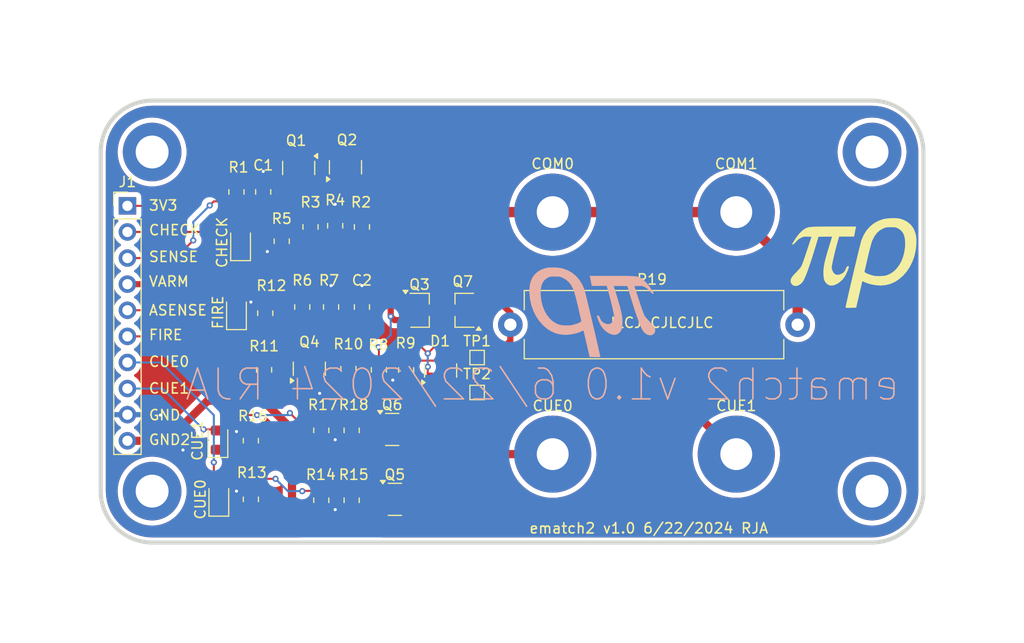
<source format=kicad_pcb>
(kicad_pcb (version 20240108) (generator "pcbnew") (generator_version "8.0")
  (layers (0 "F.Cu" signal) (31 "B.Cu" signal) (34 "B.Paste" user) (35 "F.Paste" user) (36 "B.SilkS" user "B.Silkscreen") (37 "F.SilkS" user "F.Silkscreen") (38 "B.Mask" user) (39 "F.Mask" user) (44 "Edge.Cuts" user))
  (net 0 "")
  (net 1 "GND")
  (net 2 "SENSE")
  (net 3 "Net-(LED1-K)")
  (net 4 "CHECK")
  (net 5 "Net-(Q1-G)")
  (net 6 "Net-(Q1-D)")
  (net 7 "/ECOMMON")
  (net 8 "+3V3")
  (net 9 "ARM_SENSE")
  (net 10 "V_ARM")
  (net 12 "/FGATE")
  (net 13 "Net-(Q5-D)")
  (net 14 "Net-(Q6-D)")
  (net 15 "FIRE_ENA")
  (net 16 "Net-(LED2-K)")
  (net 17 "Net-(Q4-C)")
  (net 18 "Net-(Q4-B)")
  (net 19 "CUE0")
  (net 20 "CUE1")
  (net 21 "Net-(LED3-K)")
  (net 22 "Net-(LED4-K)")
  (net 23 "Net-(Q3-D)")
  (net 24 "Net-(Q5-G)")
  (net 25 "Net-(Q6-G)")
  (net 26 "Net-(Q7-S)")
  (net 27 "GND2")
  (footprint "MyLib:MiniPyroClip" (layer "F.Cu") (at 148.95 76.85)
    (property "Reference" "CLIP1" (hide yes))
    (property "Value" "COM0" (at 0 -4.7 0) (layer "F.SilkS"))
    (pad "1" thru_hole circle (at 0 0) (size 7.5 7.5) (drill 3.1) (layers "*.Cu" "*.Mask") (net 7 "/ECOMMON"))
  )
  (footprint "Resistor_SMD:R_0805_2012Metric" (layer "F.Cu") (at 124.6 86.0875 90)
    (property "Reference" "R6" (at 2.6 0 180) (layer "F.SilkS"))
    (property "Value" "1M")
    (pad "1" smd roundrect (at -0.9125 0 90) (size 1.025 1.4) (layers "F.Cu" "F.Paste" "F.Mask") (roundrect_rratio 0.243902) (net 9 "ARM_SENSE"))
    (pad "2" smd roundrect (at 0.9125 0 90) (size 1.025 1.4) (layers "F.Cu" "F.Paste" "F.Mask") (roundrect_rratio 0.243902) (net 10 "V_ARM"))
  )
  (footprint "Resistor_SMD:R_0805_2012Metric" (layer "F.Cu") (at 125.4 78.2875 -90)
    (property "Reference" "R3" (at -2.4 0 180) (layer "F.SilkS"))
    (property "Value" "3K")
    (pad "1" smd roundrect (at -0.9125 0 270) (size 1.025 1.4) (layers "F.Cu" "F.Paste" "F.Mask") (roundrect_rratio 0.243902) (net 5 "Net-(Q1-G)"))
    (pad "2" smd roundrect (at 0.9125 0 270) (size 1.025 1.4) (layers "F.Cu" "F.Paste" "F.Mask") (roundrect_rratio 0.243902) (net 4 "CHECK"))
  )
  (footprint "Resistor_SMD:R_0805_2012Metric" (layer "F.Cu") (at 127.4 86.0875 -90)
    (property "Reference" "R7" (at -2.6 0.2 180) (layer "F.SilkS"))
    (property "Value" "1M")
    (pad "1" smd roundrect (at -0.9125 0 270) (size 1.025 1.4) (layers "F.Cu" "F.Paste" "F.Mask") (roundrect_rratio 0.243902) (net 1 "GND"))
    (pad "2" smd roundrect (at 0.9125 0 270) (size 1.025 1.4) (layers "F.Cu" "F.Paste" "F.Mask") (roundrect_rratio 0.243902) (net 9 "ARM_SENSE"))
  )
  (footprint "MyLib:MiniPyroClip" (layer "F.Cu") (at 166.8 100.4)
    (property "Reference" "CLIP4" (hide yes))
    (property "Value" "CUE1" (at 0 -4.7 0) (layer "F.SilkS"))
    (pad "1" thru_hole circle (at 0 0) (size 7.5 7.5) (drill 3.1) (layers "*.Cu" "*.Mask") (net 14 "Net-(Q6-D)"))
  )
  (footprint "Resistor_SMD:R_0805_2012Metric" (layer "F.Cu") (at 119.6 99.0875 -90)
    (property "Reference" "R16" (at -2.4 -0.2 180) (layer "F.SilkS"))
    (property "Value" "2K2")
    (pad "1" smd roundrect (at -0.9125 0 270) (size 1.025 1.4) (layers "F.Cu" "F.Paste" "F.Mask") (roundrect_rratio 0.243902) (net 1 "GND"))
    (pad "2" smd roundrect (at 0.9125 0 270) (size 1.025 1.4) (layers "F.Cu" "F.Paste" "F.Mask") (roundrect_rratio 0.243902) (net 22 "Net-(LED4-K)"))
  )
  (footprint "Resistor_SMD:R_0805_2012Metric" (layer "F.Cu") (at 130.4 78.2875 90)
    (property "Reference" "R2" (at 2.4 -0.0875 180) (layer "F.SilkS"))
    (property "Value" "1M")
    (pad "1" smd roundrect (at -0.9125 0 90) (size 1.025 1.4) (layers "F.Cu" "F.Paste" "F.Mask") (roundrect_rratio 0.243902) (net 1 "GND"))
    (pad "2" smd roundrect (at 0.9125 0 90) (size 1.025 1.4) (layers "F.Cu" "F.Paste" "F.Mask") (roundrect_rratio 0.243902) (net 6 "Net-(Q1-D)"))
  )
  (footprint "Resistor_SMD:R_0805_2012Metric" (layer "F.Cu") (at 132.05 92.2 90)
    (property "Reference" "R8" (at 2.4375 -0.05 180) (layer "F.SilkS"))
    (property "Value" "20K")
    (pad "1" smd roundrect (at -0.9125 0 90) (size 1.025 1.4) (layers "F.Cu" "F.Paste" "F.Mask") (roundrect_rratio 0.243902) (net 12 "/FGATE"))
    (pad "2" smd roundrect (at 0.9125 0 90) (size 1.025 1.4) (layers "F.Cu" "F.Paste" "F.Mask") (roundrect_rratio 0.243902) (net 10 "V_ARM"))
  )
  (footprint "Package_TO_SOT_SMD:SOT-23" (layer "F.Cu") (at 125.2875 92.0875 90)
    (property "Reference" "Q4" (at 2.6 0 180) (layer "F.SilkS"))
    (property "Value" "2N3904")
    (pad "1" smd roundrect (at -0.9375 -0.95 90) (size 1.475 0.6) (layers "F.Cu" "F.Paste" "F.Mask") (net 18 "Net-(Q4-B)"))
    (pad "2" smd roundrect (at -0.9375 0.95 90) (size 1.475 0.6) (layers "F.Cu" "F.Paste" "F.Mask") (net 1 "GND"))
    (pad "3" smd roundrect (at 0.9375 0 90) (size 1.475 0.6) (layers "F.Cu" "F.Paste" "F.Mask") (net 17 "Net-(Q4-C)"))
  )
  (footprint "Resistor_SMD:R_0805_2012Metric" (layer "F.Cu") (at 119.6 104.8 -90)
    (property "Reference" "R13" (at -2.6 -0.0875 180) (layer "F.SilkS"))
    (property "Value" "2K2")
    (pad "1" smd roundrect (at -0.9125 0 270) (size 1.025 1.4) (layers "F.Cu" "F.Paste" "F.Mask") (roundrect_rratio 0.243902) (net 1 "GND"))
    (pad "2" smd roundrect (at 0.9125 0 270) (size 1.025 1.4) (layers "F.Cu" "F.Paste" "F.Mask") (roundrect_rratio 0.243902) (net 21 "Net-(LED3-K)"))
  )
  (footprint "LED_SMD:LED_0805_2012Metric" (layer "F.Cu") (at 118.6 79.8875 90)
    (property "Reference" "LED1" (hide yes))
    (property "Value" "CHECK" (at 0.0875 -1.8 -90) (layer "F.SilkS"))
    (pad "1" smd roundrect (at -0.9375 0 90) (size 0.975 1.4) (layers "F.Cu" "F.Paste" "F.Mask") (net 3 "Net-(LED1-K)"))
    (pad "2" smd roundrect (at 0.9375 0 90) (size 0.975 1.4) (layers "F.Cu" "F.Paste" "F.Mask") (net 4 "CHECK"))
  )
  (footprint "Resistor_SMD:R_0805_2012Metric" (layer "F.Cu") (at 129.4 104.8875 90)
    (property "Reference" "R15" (at 2.4875 0.2 180) (layer "F.SilkS"))
    (property "Value" "3K")
    (pad "1" smd roundrect (at -0.9125 0 90) (size 1.025 1.4) (layers "F.Cu" "F.Paste" "F.Mask") (roundrect_rratio 0.243902) (net 19 "CUE0"))
    (pad "2" smd roundrect (at 0.9125 0 90) (size 1.025 1.4) (layers "F.Cu" "F.Paste" "F.Mask") (roundrect_rratio 0.243902) (net 24 "Net-(Q5-G)"))
  )
  (footprint "TestPoint:TestPoint_Pad_1.0x1.0mm" (layer "F.Cu") (at 141.6 94.4)
    (property "Reference" "TP2" (at 0 -1.8 0) (layer "F.SilkS"))
    (property "Value" "TestPoint_Small")
    (pad "1" smd rect (at 0 0) (size 1 1) (layers "F.Cu" "F.Mask") (net 12 "/FGATE"))
  )
  (footprint "MountingHole:MountingHole_3.2mm_M3_ISO7380_Pad" (layer "F.Cu") (at 180 104 180)
    (property "Reference" "REF**" (hide yes))
    (property "Value" "MountingHole_3.2mm_M3_ISO7380_Pad")
    (pad "1" thru_hole circle (at 0 0 180) (size 5.7 5.7) (drill 3.2) (layers "*.Cu" "*.Mask"))
  )
  (footprint "Package_TO_SOT_SMD:SOT-23" (layer "F.Cu") (at 133.6 104.8)
    (property "Reference" "Q5" (at 0 -2.4 0) (layer "F.SilkS"))
    (property "Value" "DMG3402")
    (pad "1" smd roundrect (at -0.9375 -0.95) (size 1.475 0.6) (layers "F.Cu" "F.Paste" "F.Mask") (net 24 "Net-(Q5-G)"))
    (pad "2" smd roundrect (at -0.9375 0.95) (size 1.475 0.6) (layers "F.Cu" "F.Paste" "F.Mask") (net 27 "GND2"))
    (pad "3" smd roundrect (at 0.9375 0) (size 1.475 0.6) (layers "F.Cu" "F.Paste" "F.Mask") (net 13 "Net-(Q5-D)"))
  )
  (footprint "Package_TO_SOT_SMD:SOT-23" (layer "F.Cu") (at 133.3375 98)
    (property "Reference" "Q6" (at 0 -2.4 0) (layer "F.SilkS"))
    (property "Value" "DMG3402")
    (pad "1" smd roundrect (at -0.9375 -0.95) (size 1.475 0.6) (layers "F.Cu" "F.Paste" "F.Mask") (net 25 "Net-(Q6-G)"))
    (pad "2" smd roundrect (at -0.9375 0.95) (size 1.475 0.6) (layers "F.Cu" "F.Paste" "F.Mask") (net 27 "GND2"))
    (pad "3" smd roundrect (at 0.9375 0) (size 1.475 0.6) (layers "F.Cu" "F.Paste" "F.Mask") (net 14 "Net-(Q6-D)"))
  )
  (footprint "Resistor_SMD:R_0805_2012Metric" (layer "F.Cu") (at 134.7 92.2125 90)
    (property "Reference" "R9" (at 2.6125 -0.05 180) (layer "F.SilkS"))
    (property "Value" "1M")
    (pad "1" smd roundrect (at -0.9125 0 90) (size 1.025 1.4) (layers "F.Cu" "F.Paste" "F.Mask") (roundrect_rratio 0.243902) (net 1 "GND"))
    (pad "2" smd roundrect (at 0.9125 0 90) (size 1.025 1.4) (layers "F.Cu" "F.Paste" "F.Mask") (roundrect_rratio 0.243902) (net 10 "V_ARM"))
  )
  (footprint "Resistor_SMD:R_0805_2012Metric" (layer "F.Cu") (at 120.8875 92.2 -90)
    (property "Reference" "R11" (at -2.3125 0 180) (layer "F.SilkS"))
    (property "Value" "2K")
    (pad "1" smd roundrect (at -0.9125 0 270) (size 1.025 1.4) (layers "F.Cu" "F.Paste" "F.Mask") (roundrect_rratio 0.243902) (net 15 "FIRE_ENA"))
    (pad "2" smd roundrect (at 0.9125 0 270) (size 1.025 1.4) (layers "F.Cu" "F.Paste" "F.Mask") (roundrect_rratio 0.243902) (net 18 "Net-(Q4-B)"))
  )
  (footprint "MyLib:MiniPyroClip" (layer "F.Cu") (at 166.8 76.85)
    (property "Reference" "CLIP2" (hide yes))
    (property "Value" "COM1" (at 0 -4.7 0) (layer "F.SilkS"))
    (pad "1" thru_hole circle (at 0 0) (size 7.5 7.5) (drill 3.1) (layers "*.Cu" "*.Mask") (net 7 "/ECOMMON"))
  )
  (footprint "Resistor_SMD:R_0805_2012Metric" (layer "F.Cu") (at 118.2 74.8875 -90)
    (property "Reference" "R1" (at -2.4 -0.2 180) (layer "F.SilkS"))
    (property "Value" "165")
    (pad "1" smd roundrect (at -0.9125 0 270) (size 1.025 1.4) (layers "F.Cu" "F.Paste" "F.Mask") (roundrect_rratio 0.243902) (net 8 "+3V3"))
    (pad "2" smd roundrect (at 0.9125 0 270) (size 1.025 1.4) (layers "F.Cu" "F.Paste" "F.Mask") (roundrect_rratio 0.243902) (net 2 "SENSE"))
  )
  (footprint "Resistor_SMD:R_0805_2012Metric" (layer "F.Cu") (at 120.8 74.8875 90)
    (property "Reference" "C1" (at 2.6 0 180) (layer "F.SilkS"))
    (property "Value" "1u")
    (pad "1" smd roundrect (at -0.9125 0 90) (size 1.025 1.4) (layers "F.Cu" "F.Paste" "F.Mask") (roundrect_rratio 0.243902) (net 2 "SENSE"))
    (pad "2" smd roundrect (at 0.9125 0 90) (size 1.025 1.4) (layers "F.Cu" "F.Paste" "F.Mask") (roundrect_rratio 0.243902) (net 1 "GND"))
  )
  (footprint "Resistor_SMD:R_0805_2012Metric" (layer "F.Cu") (at 129.4 98.0875 90)
    (property "Reference" "R18" (at 2.4875 0.2 180) (layer "F.SilkS"))
    (property "Value" "3K")
    (pad "1" smd roundrect (at -0.9125 0 90) (size 1.025 1.4) (layers "F.Cu" "F.Paste" "F.Mask") (roundrect_rratio 0.243902) (net 20 "CUE1"))
    (pad "2" smd roundrect (at 0.9125 0 90) (size 1.025 1.4) (layers "F.Cu" "F.Paste" "F.Mask") (roundrect_rratio 0.243902) (net 25 "Net-(Q6-G)"))
  )
  (footprint "LED_SMD:LED_0805_2012Metric" (layer "F.Cu") (at 118.2 86.6 90)
    (property "Reference" "LED2" (hide yes))
    (property "Value" "FIRE" (at 0 -1.8 -90) (layer "F.SilkS"))
    (pad "1" smd roundrect (at -0.9375 0 90) (size 0.975 1.4) (layers "F.Cu" "F.Paste" "F.Mask") (net 16 "Net-(LED2-K)"))
    (pad "2" smd roundrect (at 0.9375 0 90) (size 0.975 1.4) (layers "F.Cu" "F.Paste" "F.Mask") (net 15 "FIRE_ENA"))
  )
  (footprint "TestPoint:TestPoint_Pad_1.0x1.0mm" (layer "F.Cu") (at 141.6 91)
    (property "Reference" "TP1" (at 0 -1.6 0) (layer "F.SilkS"))
    (property "Value" "TestPoint_Small")
    (pad "1" smd rect (at 0 0) (size 1 1) (layers "F.Cu" "F.Mask") (net 26 "Net-(Q7-S)"))
  )
  (footprint "LED_SMD:LED_0805_2012Metric" (layer "F.Cu") (at 116.4 99.0375 90)
    (property "Reference" "LED4" (hide yes))
    (property "Value" "CUE1" (at -0.05 -2 -90) (layer "F.SilkS"))
    (pad "1" smd roundrect (at -0.9375 0 90) (size 0.975 1.4) (layers "F.Cu" "F.Paste" "F.Mask") (net 22 "Net-(LED4-K)"))
    (pad "2" smd roundrect (at 0.9375 0 90) (size 0.975 1.4) (layers "F.Cu" "F.Paste" "F.Mask") (net 20 "CUE1"))
  )
  (footprint "Resistor_THT:R_Axial_Power_L25.0mm_W6.4mm_P27.94mm" (layer "F.Cu") (at 172.77 87.8 180)
    (property "Reference" "R19" (at 14.17 4.4 0) (layer "F.SilkS"))
    (property "Value" "2R 5W")
    (pad "1" thru_hole circle (at 0 0 180) (size 2.4 2.4) (drill 1.2) (layers "*.Cu" "*.Mask") (net 7 "/ECOMMON"))
    (pad "2" thru_hole oval (at 27.94 0 180) (size 2.4 2.4) (drill 1.2) (layers "*.Cu" "*.Mask") (net 26 "Net-(Q7-S)"))
  )
  (footprint "MyLib:MiniPyroClip" (layer "F.Cu") (at 148.95 100.4)
    (property "Reference" "CLIP3" (hide yes))
    (property "Value" "CUE0" (at 0 -4.7 0) (layer "F.SilkS"))
    (pad "1" thru_hole circle (at 0 0) (size 7.5 7.5) (drill 3.1) (layers "*.Cu" "*.Mask") (net 13 "Net-(Q5-D)"))
  )
  (footprint "Resistor_SMD:R_0805_2012Metric" (layer "F.Cu") (at 126.45 104.8875 90)
    (property "Reference" "R14" (at 2.4875 -0.05 180) (layer "F.SilkS"))
    (property "Value" "10K")
    (pad "1" smd roundrect (at -0.9125 0 90) (size 1.025 1.4) (layers "F.Cu" "F.Paste" "F.Mask") (roundrect_rratio 0.243902) (net 1 "GND"))
    (pad "2" smd roundrect (at 0.9125 0 90) (size 1.025 1.4) (layers "F.Cu" "F.Paste" "F.Mask") (roundrect_rratio 0.243902) (net 19 "CUE0"))
  )
  (footprint "Package_TO_SOT_SMD:SOT-23" (layer "F.Cu") (at 124.25 72.55 -90)
    (property "Reference" "Q1" (at -2.6625 0.25 180) (layer "F.SilkS"))
    (property "Value" "DMG3402")
    (pad "1" smd roundrect (at -0.9375 -0.95 270) (size 1.475 0.6) (layers "F.Cu" "F.Paste" "F.Mask") (net 5 "Net-(Q1-G)"))
    (pad "2" smd roundrect (at -0.9375 0.95 270) (size 1.475 0.6) (layers "F.Cu" "F.Paste" "F.Mask") (net 2 "SENSE"))
    (pad "3" smd roundrect (at 0.9375 0 270) (size 1.475 0.6) (layers "F.Cu" "F.Paste" "F.Mask") (net 6 "Net-(Q1-D)"))
  )
  (footprint "MountingHole:MountingHole_3.2mm_M3_ISO7380_Pad" (layer "F.Cu") (at 180 71 -90)
    (property "Reference" "REF**" (hide yes))
    (property "Value" "MountingHole_3.2mm_M3_ISO7380_Pad")
    (pad "1" thru_hole circle (at 0 0 270) (size 5.7 5.7) (drill 3.2) (layers "*.Cu" "*.Mask"))
  )
  (footprint "LED_SMD:LED_0805_2012Metric" (layer "F.Cu") (at 116.4875 104.75 90)
    (property "Reference" "LED3" (hide yes))
    (property "Value" "CUE0" (at -0.05 -1.8 -90) (layer "F.SilkS"))
    (pad "1" smd roundrect (at -0.9375 0 90) (size 0.975 1.4) (layers "F.Cu" "F.Paste" "F.Mask") (net 21 "Net-(LED3-K)"))
    (pad "2" smd roundrect (at 0.9375 0 90) (size 0.975 1.4) (layers "F.Cu" "F.Paste" "F.Mask") (net 19 "CUE0"))
  )
  (footprint "Package_TO_SOT_SMD:SOT-23" (layer "F.Cu") (at 128.8 72.4875 90)
    (property "Reference" "Q2" (at 2.6625 0.15 180) (layer "F.SilkS"))
    (property "Value" "DMG3402")
    (pad "1" smd roundrect (at -0.9375 -0.95 90) (size 1.475 0.6) (layers "F.Cu" "F.Paste" "F.Mask") (net 5 "Net-(Q1-G)"))
    (pad "2" smd roundrect (at -0.9375 0.95 90) (size 1.475 0.6) (layers "F.Cu" "F.Paste" "F.Mask") (net 7 "/ECOMMON"))
    (pad "3" smd roundrect (at 0.9375 0 90) (size 1.475 0.6) (layers "F.Cu" "F.Paste" "F.Mask") (net 6 "Net-(Q1-D)"))
  )
  (footprint "Package_TO_SOT_SMD:SOT-23" (layer "F.Cu") (at 138.05 92.2625 90)
    (property "Reference" "D1" (at 2.8625 -0.05 180) (layer "F.SilkS"))
    (property "Value" "10V")
    (pad "1" smd roundrect (at -0.9375 -0.95 90) (size 1.475 0.6) (layers "F.Cu" "F.Paste" "F.Mask") (net 12 "/FGATE"))
    (pad "2" smd roundrect (at -0.9375 0.95 90) (size 1.475 0.6) (layers "F.Cu" "F.Paste" "F.Mask"))
    (pad "3" smd roundrect (at 0.9375 0 90) (size 1.475 0.6) (layers "F.Cu" "F.Paste" "F.Mask") (net 10 "V_ARM"))
  )
  (footprint "Resistor_SMD:R_0805_2012Metric" (layer "F.Cu") (at 127.8 78.175 -90)
    (property "Reference" "R4" (at -2.4875 0 0) (layer "F.SilkS"))
    (property "Value" "10K")
    (pad "1" smd roundrect (at -0.9125 0 270) (size 1.025 1.4) (layers "F.Cu" "F.Paste" "F.Mask") (roundrect_rratio 0.243902) (net 1 "GND"))
    (pad "2" smd roundrect (at 0.9125 0 270) (size 1.025 1.4) (layers "F.Cu" "F.Paste" "F.Mask") (roundrect_rratio 0.243902) (net 4 "CHECK"))
  )
  (footprint "Resistor_SMD:R_0805_2012Metric" (layer "F.Cu") (at 122.6 79.6875 90)
    (property "Reference" "R5" (at 2.2 0 180) (layer "F.SilkS"))
    (property "Value" "2K2")
    (pad "1" smd roundrect (at -0.9125 0 90) (size 1.025 1.4) (layers "F.Cu" "F.Paste" "F.Mask") (roundrect_rratio 0.243902) (net 1 "GND"))
    (pad "2" smd roundrect (at 0.9125 0 90) (size 1.025 1.4) (layers "F.Cu" "F.Paste" "F.Mask") (roundrect_rratio 0.243902) (net 3 "Net-(LED1-K)"))
  )
  (footprint "Resistor_SMD:R_0805_2012Metric" (layer "F.Cu") (at 121 86.6875 -90)
    (property "Reference" "R12" (at -2.6875 -0.6 180) (layer "F.SilkS"))
    (property "Value" "2K2")
    (pad "1" smd roundrect (at -0.9125 0 270) (size 1.025 1.4) (layers "F.Cu" "F.Paste" "F.Mask") (roundrect_rratio 0.243902) (net 1 "GND"))
    (pad "2" smd roundrect (at 0.9125 0 270) (size 1.025 1.4) (layers "F.Cu" "F.Paste" "F.Mask") (roundrect_rratio 0.243902) (net 16 "Net-(LED2-K)"))
  )
  (footprint "MyLib:pirho_0.50" (layer "F.Cu") (at 183.308941 79.948157)
    (property "Reference" "G***" (hide yes))
    (property "Value" "LOGO" (hide yes))
  )
  (footprint "Resistor_SMD:R_0805_2012Metric" (layer "F.Cu") (at 130.4 86.0875 90)
    (property "Reference" "C2" (at 2.6 0 180) (layer "F.SilkS"))
    (property "Value" "1u")
    (pad "1" smd roundrect (at -0.9125 0 90) (size 1.025 1.4) (layers "F.Cu" "F.Paste" "F.Mask") (roundrect_rratio 0.243902) (net 9 "ARM_SENSE"))
    (pad "2" smd roundrect (at 0.9125 0 90) (size 1.025 1.4) (layers "F.Cu" "F.Paste" "F.Mask") (roundrect_rratio 0.243902) (net 1 "GND"))
  )
  (footprint "Connector_PinHeader_2.54mm:PinHeader_1x10_P2.54mm_Vertical" (layer "F.Cu") (at 107.6 76.24)
    (property "Reference" "J1" (at 0 -2.33 0) (layer "F.SilkS"))
    (property "Value" "Conn_01x10")
    (pad "1" thru_hole rect (at 0 0) (size 1.7 1.7) (drill 1) (layers "*.Cu" "*.Mask") (net 8 "+3V3"))
    (pad "2" thru_hole oval (at 0 2.54) (size 1.7 1.7) (drill 1) (layers "*.Cu" "*.Mask") (net 4 "CHECK"))
    (pad "3" thru_hole oval (at 0 5.08) (size 1.7 1.7) (drill 1) (layers "*.Cu" "*.Mask") (net 2 "SENSE"))
    (pad "4" thru_hole oval (at 0 7.62) (size 1.7 1.7) (drill 1) (layers "*.Cu" "*.Mask") (net 10 "V_ARM"))
    (pad "5" thru_hole oval (at 0 10.16) (size 1.7 1.7) (drill 1) (layers "*.Cu" "*.Mask") (net 9 "ARM_SENSE"))
    (pad "6" thru_hole oval (at 0 12.7) (size 1.7 1.7) (drill 1) (layers "*.Cu" "*.Mask") (net 15 "FIRE_ENA"))
    (pad "7" thru_hole oval (at 0 15.24) (size 1.7 1.7) (drill 1) (layers "*.Cu" "*.Mask") (net 19 "CUE0"))
    (pad "8" thru_hole oval (at 0 17.78) (size 1.7 1.7) (drill 1) (layers "*.Cu" "*.Mask") (net 20 "CUE1"))
    (pad "9" thru_hole oval (at 0 20.32) (size 1.7 1.7) (drill 1) (layers "*.Cu" "*.Mask") (net 1 "GND"))
    (pad "10" thru_hole oval (at 0 22.86) (size 1.7 1.7) (drill 1) (layers "*.Cu" "*.Mask") (net 27 "GND2"))
  )
  (footprint "Resistor_SMD:R_0805_2012Metric" (layer "F.Cu") (at 126.45 98.0875 90)
    (property "Reference" "R17" (at 2.4875 0.15 180) (layer "F.SilkS"))
    (property "Value" "10K")
    (pad "1" smd roundrect (at -0.9125 0 90) (size 1.025 1.4) (layers "F.Cu" "F.Paste" "F.Mask") (roundrect_rratio 0.243902) (net 1 "GND"))
    (pad "2" smd roundrect (at 0.9125 0 90) (size 1.025 1.4) (layers "F.Cu" "F.Paste" "F.Mask") (roundrect_rratio 0.243902) (net 20 "CUE1"))
  )
  (footprint "MountingHole:MountingHole_3.2mm_M3_ISO7380_Pad" (layer "F.Cu") (at 110 71)
    (property "Reference" "REF**" (hide yes))
    (property "Value" "MountingHole_3.2mm_M3_ISO7380_Pad")
    (pad "1" thru_hole circle (at 0 0) (size 5.7 5.7) (drill 3.2) (layers "*.Cu" "*.Mask"))
  )
  (footprint "Resistor_SMD:R_0805_2012Metric" (layer "F.Cu") (at 129.0875 92.0875 -90)
    (property "Reference" "R10" (at -2.4 0 180) (layer "F.SilkS"))
    (property "Value" "2K")
    (pad "1" smd roundrect (at -0.9125 0 270) (size 1.025 1.4) (layers "F.Cu" "F.Paste" "F.Mask") (roundrect_rratio 0.243902) (net 17 "Net-(Q4-C)"))
    (pad "2" smd roundrect (at 0.9125 0 270) (size 1.025 1.4) (layers "F.Cu" "F.Paste" "F.Mask") (roundrect_rratio 0.243902) (net 12 "/FGATE"))
  )
  (footprint "Package_TO_SOT_SMD:SC-59" (layer "F.Cu") (at 136 86.4)
    (property "Reference" "Q3" (at 0 -2.5 0) (layer "F.SilkS"))
    (property "Value" "DMG3401")
    (pad "1" smd roundrect (at -1.2 -0.95) (size 0.9 0.8) (layers "F.Cu" "F.Paste" "F.Mask") (net 12 "/FGATE"))
    (pad "2" smd roundrect (at -1.2 0.95) (size 0.9 0.8) (layers "F.Cu" "F.Paste" "F.Mask") (net 10 "V_ARM"))
    (pad "3" smd roundrect (at 1.2 0) (size 0.9 0.8) (layers "F.Cu" "F.Paste" "F.Mask") (net 23 "Net-(Q3-D)"))
  )
  (footprint "Package_TO_SOT_SMD:SC-59" (layer "F.Cu") (at 140.4 86.4 180)
    (property "Reference" "Q7" (at 0.2 2.8 0) (layer "F.SilkS"))
    (property "Value" "DMG3401")
    (pad "1" smd roundrect (at -1.2 -0.95 180) (size 0.9 0.8) (layers "F.Cu" "F.Paste" "F.Mask") (net 12 "/FGATE"))
    (pad "2" smd roundrect (at -1.2 0.95 180) (size 0.9 0.8) (layers "F.Cu" "F.Paste" "F.Mask") (net 26 "Net-(Q7-S)"))
    (pad "3" smd roundrect (at 1.2 0 180) (size 0.9 0.8) (layers "F.Cu" "F.Paste" "F.Mask") (net 23 "Net-(Q3-D)"))
  )
  (footprint "MountingHole:MountingHole_3.2mm_M3_ISO7380_Pad" (layer "F.Cu") (at 110 104 90)
    (property "Reference" "REF**" (hide yes))
    (property "Value" "MountingHole_3.2mm_M3_ISO7380_Pad")
    (pad "1" thru_hole circle (at 0 0 90) (size 5.7 5.7) (drill 3.2) (layers "*.Cu" "*.Mask"))
  )
  (footprint "MyLib:pirho_0.50" (layer "B.Cu") (at 147.691059 84.748157 180)
    (property "Reference" "G***" (hide yes))
    (property "Value" "LOGO" (hide yes))
  )
  (gr_arc (start 180 66) (mid 183.535534 67.464466) (end 185 71) (stroke (width 0.4)) (layer "Edge.Cuts"))
  (gr_arc (start 110 109) (mid 106.464466 107.535534) (end 105 104) (stroke (width 0.4)) (layer "Edge.Cuts"))
  (gr_line (start 110 66) (end 180 66) (stroke (width 0.4)) (layer "Edge.Cuts"))
  (gr_line (start 110 109) (end 180 109) (stroke (width 0.4)) (layer "Edge.Cuts"))
  (gr_line (start 185 71) (end 185 104) (stroke (width 0.4)) (layer "Edge.Cuts"))
  (gr_line (start 105 71) (end 105 104) (stroke (width 0.4)) (layer "Edge.Cuts"))
  (gr_arc (start 185 104) (mid 183.535534 107.535534) (end 180 109) (stroke (width 0.4)) (layer "Edge.Cuts"))
  (gr_arc (start 105 71) (mid 106.464466 67.464466) (end 110 66) (stroke (width 0.4)) (layer "Edge.Cuts"))
  (gr_text "ematch2 v1.0 6/22/2024 RJA" (at 182.8 95.4 0) (layer "B.SilkS") (effects (font (size 3 3)) (justify left bottom mirror)))
  (gr_text "GND" (at 109.6 96.6 0) (layer "F.SilkS") (effects (font (size 1 1)) (justify left)))
  (gr_text "CUE1" (at 109.6 94 0) (layer "F.SilkS") (effects (font (size 1 1)) (justify left)))
  (gr_text "GND2" (at 109.6 99 0) (layer "F.SilkS") (effects (font (size 1 1)) (justify left)))
  (gr_text "CUE0" (at 109.6 91.4 0) (layer "F.SilkS") (effects (font (size 1 1)) (justify left)))
  (gr_text "ematch2 v1.0 6/22/2024 RJA" (at 146.6 108.2 0) (layer "F.SilkS") (effects (font (size 1 1)) (justify left bottom)))
  (gr_text "CHECK" (at 109.6 78.6 0) (layer "F.SilkS") (effects (font (size 1 1)) (justify left)))
  (gr_text "SENSE" (at 109.6 81.2 0) (layer "F.SilkS") (effects (font (size 1 1)) (justify left)))
  (gr_text "ASENSE" (at 109.6 86.4 0) (layer "F.SilkS") (effects (font (size 1 1)) (justify left)))
  (gr_text "FIRE" (at 109.6 88.8 0) (layer "F.SilkS") (effects (font (size 1 1)) (justify left)))
  (gr_text "3V3" (at 109.6 76.2 0) (layer "F.SilkS") (effects (font (size 1 1)) (justify left)))
  (gr_text "VARM" (at 109.6 83.6 0) (layer "F.SilkS") (effects (font (size 1 1)) (justify left)))
  (gr_text "JLCJLCJLCJLC" (at 154.2 88.2 0) (layer "F.SilkS") (effects (font (size 1 1)) (justify left bottom)))
  (segment (start 107.6 96.56) (end 110.76 96.56) (width 0.2) (layer "F.Cu") (net 1))
  (segment (start 119.775 85.775) (end 119.6 85.6) (width 0.2) (layer "F.Cu") (net 1))
  (segment (start 130.4 79.2) (end 129.7375 79.2) (width 0.2) (layer "F.Cu") (net 1))
  (segment (start 134.7 93.125) (end 133.475 93.125) (width 0.2) (layer "F.Cu") (net 1))
  (segment (start 130.4 85.175) (end 130.4 84) (width 0.2) (layer "F.Cu") (net 1))
  (segment (start 120.8 73.975) (end 120.8 72.8875) (width 0.2) (layer "F.Cu") (net 1))
  (segment (start 133.475 93.125) (end 133.4 93.2) (width 0.2) (layer "F.Cu") (net 1))
  (segment (start 119.6 103.8875) (end 118.3125 103.8875) (width 0.2) (layer "F.Cu") (net 1))
  (segment (start 126.2375 94.4375) (end 126.2875 94.4875) (width 0.2) (layer "F.Cu") (net 1))
  (segment (start 127.8 77.2625) (end 127.8 76.0875) (width 0.2) (layer "F.Cu") (net 1))
  (segment (start 127.4 85.175) (end 127.4 84) (width 0.2) (layer "F.Cu") (net 1))
  (segment (start 118.3125 103.8875) (end 118.2 104) (width 0.2) (layer "F.Cu") (net 1))
  (segment (start 121.2875 80.6) (end 121.2 80.6875) (width 0.2) (layer "F.Cu") (net 1))
  (segment (start 126.45 99) (end 127.8 99) (width 0.2) (layer "F.Cu") (net 1))
  (segment (start 118.225 98.175) (end 118.2 98.2) (width 0.2) (layer "F.Cu") (net 1))
  (segment (start 126.2375 93.025) (end 126.2375 94.4375) (width 0.2) (layer "F.Cu") (net 1))
  (segment (start 126.45 105.8) (end 127.8 105.8) (width 0.2) (layer "F.Cu") (net 1))
  (segment (start 110.76 96.56) (end 110.8 96.6) (width 0.2) (layer "F.Cu") (net 1))
  (segment (start 129.7375 79.2) (end 127.8 77.2625) (width 0.2) (layer "F.Cu") (net 1))
  (segment (start 121 85.775) (end 119.775 85.775) (width 0.2) (layer "F.Cu") (net 1))
  (segment (start 119.6 98.175) (end 118.225 98.175) (width 0.2) (layer "F.Cu") (net 1))
  (segment (start 122.6 80.6) (end 121.2875 80.6) (width 0.2) (layer "F.Cu") (net 1))
  (via (at 118.2 98.2) (size 0.6) (drill 0.3) (layers "F.Cu" "B.Cu") (net 1))
  (via (at 133.4 93.2) (size 0.6) (drill 0.3) (layers "F.Cu" "B.Cu") (net 1))
  (via (at 119.6 85.6) (size 0.6) (drill 0.3) (layers "F.Cu" "B.Cu") (net 1))
  (via (at 120.8 72.8875) (size 0.6) (drill 0.3) (layers "F.Cu" "B.Cu") (net 1))
  (via (at 113 100) (size 0.6) (drill 0.3) (layers "F.Cu" "B.Cu") (net 1))
  (via (at 127.8 99) (size 0.6) (drill 0.3) (layers "F.Cu" "B.Cu") (net 1))
  (via (at 127.8 76.0875) (size 0.6) (drill 0.3) (layers "F.Cu" "B.Cu") (net 1))
  (via (at 127.4 84) (size 0.6) (drill 0.3) (layers "F.Cu" "B.Cu") (net 1))
  (via (at 118.2 104) (size 0.6) (drill 0.3) (layers "F.Cu" "B.Cu") (net 1))
  (via (at 110.8 96.6) (size 0.6) (drill 0.3) (layers "F.Cu" "B.Cu") (net 1))
  (via (at 126.2875 94.4875) (size 0.6) (drill 0.3) (layers "F.Cu" "B.Cu") (net 1))
  (via (at 127.8 105.8) (size 0.6) (drill 0.3) (layers "F.Cu" "B.Cu") (net 1))
  (via (at 121.2 80.6875) (size 0.6) (drill 0.3) (layers "F.Cu" "B.Cu") (net 1))
  (via (at 130.4 84) (size 0.6) (drill 0.3) (layers "F.Cu" "B.Cu") (net 1))
  (segment (start 113 98.8) (end 113 100) (width 0.2) (layer "B.Cu") (net 1))
  (segment (start 110.8 96.6) (end 113 98.8) (width 0.2) (layer "B.Cu") (net 1))
  (segment (start 120.8 75.8) (end 121.6875 75.8) (width 0.2) (layer "F.Cu") (net 2))
  (segment (start 107.6 81.32) (end 112.28 81.32) (width 0.2) (layer "F.Cu") (net 2))
  (segment (start 115.6 76.2) (end 116 75.8) (width 0.2) (layer "F.Cu") (net 2))
  (segment (start 112.28 81.32) (end 114 79.6) (width 0.2) (layer "F.Cu") (net 2))
  (segment (start 118.2 75.8) (end 120.8 75.8) (width 0.2) (layer "F.Cu") (net 2))
  (segment (start 121.6875 75.8) (end 123.3 74.1875) (width 0.2) (layer "F.Cu") (net 2))
  (segment (start 116 75.8) (end 118.2 75.8) (width 0.2) (layer "F.Cu") (net 2))
  (segment (start 123.3 74.1875) (end 123.3 71.6125) (width 0.2) (layer "F.Cu") (net 2))
  (via (at 114 79.6) (size 0.6) (drill 0.3) (layers "F.Cu" "B.Cu") (net 2))
  (via (at 115.6 76.2) (size 0.6) (drill 0.3) (layers "F.Cu" "B.Cu") (net 2))
  (segment (start 114 77.8) (end 115.6 76.2) (width 0.2) (layer "B.Cu") (net 2))
  (segment (start 114 79.6) (end 114 77.8) (width 0.2) (layer "B.Cu") (net 2))
  (segment (start 118.6 80.825) (end 119.4625 80.825) (width 0.2) (layer "F.Cu") (net 3))
  (segment (start 121.5125 78.775) (end 122.6 78.775) (width 0.2) (layer "F.Cu") (net 3))
  (segment (start 119.4625 80.825) (end 121.5125 78.775) (width 0.2) (layer "F.Cu") (net 3))
  (segment (start 124 77.8) (end 125.4 79.2) (width 0.2) (layer "F.Cu") (net 4))
  (segment (start 120.2625 77.2875) (end 118.6 78.95) (width 0.2) (layer "F.Cu") (net 4))
  (segment (start 124 77.4875) (end 124 77.8) (width 0.2) (layer "F.Cu") (net 4))
  (segment (start 107.6 78.78) (end 118.43 78.78) (width 0.2) (layer "F.Cu") (net 4))
  (segment (start 125.4 79.2) (end 127.6875 79.2) (width 0.2) (layer "F.Cu") (net 4))
  (segment (start 120.2625 77.2875) (end 123.8 77.2875) (width 0.2) (layer "F.Cu") (net 4))
  (segment (start 123.8 77.2875) (end 124 77.4875) (width 0.2) (layer "F.Cu") (net 4))
  (segment (start 125.2 73.0875) (end 125.2 71.6125) (width 0.2) (layer "F.Cu") (net 5))
  (segment (start 125.4 73.2875) (end 125.2 73.0875) (width 0.2) (layer "F.Cu") (net 5))
  (segment (start 127.0125 73.425) (end 127.85 73.425) (width 0.2) (layer "F.Cu") (net 5))
  (segment (start 125.2 71.6125) (end 127.0125 73.425) (width 0.2) (layer "F.Cu") (net 5))
  (segment (start 125.4 77.375) (end 125.4 73.2875) (width 0.2) (layer "F.Cu") (net 5))
  (segment (start 124.25 73.4875) (end 124.25 70.4375) (width 0.2) (layer "F.Cu") (net 6))
  (segment (start 124.4 70.2875) (end 127.5375 70.2875) (width 0.2) (layer "F.Cu") (net 6))
  (segment (start 127.5375 70.2875) (end 128.8 71.55) (width 0.2) (layer "F.Cu") (net 6))
  (segment (start 130.4 77.375) (end 130.4 76.8875) (width 0.2) (layer "F.Cu") (net 6))
  (segment (start 130.4 76.8875) (end 128.8 75.2875) (width 0.2) (layer "F.Cu") (net 6))
  (segment (start 128.8 75.2875) (end 128.8 71.55) (width 0.2) (layer "F.Cu") (net 6))
  (segment (start 124.25 70.4375) (end 124.4 70.2875) (width 0.2) (layer "F.Cu") (net 6))
  (segment (start 134.8 73.4) (end 138.25 76.85) (width 1) (layer "F.Cu") (net 7))
  (segment (start 172.77 82.82) (end 172.77 87.8) (width 1) (layer "F.Cu") (net 7))
  (segment (start 129.75 73.425) (end 134.775 73.425) (width 1) (layer "F.Cu") (net 7))
  (segment (start 134.775 73.425) (end 134.8 73.4) (width 1) (layer "F.Cu") (net 7))
  (segment (start 166.8 76.85) (end 172.77 82.82) (width 1) (layer "F.Cu") (net 7))
  (segment (start 148.95 76.85) (end 166.8 76.85) (width 1) (layer "F.Cu") (net 7))
  (segment (start 138.25 76.85) (end 148.95 76.85) (width 1) (layer "F.Cu") (net 7))
  (segment (start 113.45 74.15) (end 111.36 76.24) (width 0.2) (layer "F.Cu") (net 8))
  (segment (start 111.36 76.24) (end 107.6 76.24) (width 0.2) (layer "F.Cu") (net 8))
  (segment (start 118.025 74.15) (end 113.45 74.15) (width 0.2) (layer "F.Cu") (net 8))
  (segment (start 117.58 83.82) (end 120.2 83.82) (width 0.2) (layer "F.Cu") (net 9))
  (segment (start 124.296762 87) (end 124.6 87) (width 0.2) (layer "F.Cu") (net 9))
  (segment (start 107.6 86.4) (end 115 86.4) (width 0.2) (layer "F.Cu") (net 9))
  (segment (start 121.116762 83.82) (end 124.296762 87) (width 0.2) (layer "F.Cu") (net 9))
  (segment (start 124.6 87) (end 130.4 87) (width 0.2) (layer "F.Cu") (net 9))
  (segment (start 115 86.4) (end 117.58 83.82) (width 0.2) (layer "F.Cu") (net 9))
  (segment (start 120.2 83.82) (end 121.116762 83.82) (width 0.2) (layer "F.Cu") (net 9))
  (segment (start 113.14 83.86) (end 107.6 83.86) (width 0.6) (layer "F.Cu") (net 10))
  (segment (start 132.05 91.2875) (end 134.6875 91.2875) (width 0.2) (layer "F.Cu") (net 10))
  (segment (start 125.2 82.8) (end 124.6 82.8) (width 0.6) (layer "F.Cu") (net 10))
  (segment (start 133.2 86.4) (end 133.2 87) (width 0.6) (layer "F.Cu") (net 10))
  (segment (start 124.6 82.8) (end 124.6 85.175) (width 0.6) (layer "F.Cu") (net 10))
  (segment (start 124.6 82.8) (end 114.2 82.8) (width 0.6) (layer "F.Cu") (net 10))
  (segment (start 133.55 87.35) (end 133.2 87) (width 0.6) (layer "F.Cu") (net 10))
  (segment (start 134.8 87.35) (end 133.55 87.35) (width 0.6) (layer "F.Cu") (net 10))
  (segment (start 114.2 82.8) (end 113.14 83.86) (width 0.6) (layer "F.Cu") (net 10))
  (segment (start 133.2 83.6) (end 133.2 86.4) (width 0.6) (layer "F.Cu") (net 10))
  (segment (start 132.05 91.2875) (end 132.05 90.05) (width 0.2) (layer "F.Cu") (net 10))
  (segment (start 129.2 82.8) (end 125.2 82.8) (width 0.6) (layer "F.Cu") (net 10))
  (segment (start 132.4 82.8) (end 133.2 83.6) (width 0.6) (layer "F.Cu") (net 10))
  (segment (start 132.05 90.05) (end 132 90) (width 0.2) (layer "F.Cu") (net 10))
  (segment (start 134.7 91.3) (end 138.025 91.3) (width 0.2) (layer "F.Cu") (net 10))
  (segment (start 129.2 82.8) (end 132.4 82.8) (width 0.6) (layer "F.Cu") (net 10))
  (via (at 133.2 87) (size 0.6) (drill 0.3) (layers "F.Cu" "B.Cu") (net 10))
  (via (at 132 90) (size 0.6) (drill 0.3) (layers "F.Cu" "B.Cu") (net 10))
  (segment (start 132 90) (end 133.2 88.8) (width 0.2) (layer "B.Cu") (net 10))
  (segment (start 133.2 88.8) (end 133.2 87) (width 0.2) (layer "B.Cu") (net 10))
  (segment (start 134.85 85.45) (end 136.2 86.8) (width 0.2) (layer "F.Cu") (net 12))
  (segment (start 141.6 87.35) (end 141.6 87.6) (width 0.2) (layer "F.Cu") (net 12))
  (segment (start 141.6 87.6) (end 140.6 88.6) (width 0.2) (layer "F.Cu") (net 12))
  (segment (start 132.05 93.1125) (end 132.05 93.85) (width 0.2) (layer "F.Cu") (net 12))
  (segment (start 136.8 91.9) (end 136.8 92.9) (width 0.2) (layer "F.Cu") (net 12))
  (segment (start 140.6 88.6) (end 138.8 88.6) (width 0.2) (layer "F.Cu") (net 12))
  (segment (start 137.1 93.2) (end 138.3 94.4) (width 0.2) (layer "F.Cu") (net 12))
  (segment (start 132.05 93.85) (end 132.6 94.4) (width 0.2) (layer "F.Cu") (net 12))
  (segment (start 138.8 88.6) (end 136.8 90.6) (width 0.2) (layer "F.Cu") (net 12))
  (segment (start 136.2 86.8) (end 136.2 90) (width 0.2) (layer "F.Cu") (net 12))
  (segment (start 136.2 90) (end 136.8 90.6) (width 0.2) (layer "F.Cu") (net 12))
  (segment (start 135.9 94.4) (end 137.1 93.2) (width 0.2) (layer "F.Cu") (net 12))
  (segment (start 136.8 92.9) (end 137.1 93.2) (width 0.2) (layer "F.Cu") (net 12))
  (segment (start 129.0875 93) (end 131.9375 93) (width 0.2) (layer "F.Cu") (net 12))
  (segment (start 138.3 94.4) (end 141.6 94.4) (width 0.2) (layer "F.Cu") (net 12))
  (segment (start 132.6 94.4) (end 135.9 94.4) (width 0.2) (layer "F.Cu") (net 12))
  (via (at 136.8 91.9) (size 0.6) (drill 0.3) (layers "F.Cu" "B.Cu") (net 12))
  (via (at 136.8 90.6) (size 0.6) (drill 0.3) (layers "F.Cu" "B.Cu") (net 12))
  (segment (start 136.8 90.6) (end 136.8 91.9) (width 0.2) (layer "B.Cu") (net 12))
  (segment (start 140.6 100.4) (end 148.95 100.4) (width 0.8) (layer "F.Cu") (net 13))
  (segment (start 136.2 104.8) (end 140.6 100.4) (width 0.8) (layer "F.Cu") (net 13))
  (segment (start 134.5375 104.8) (end 136.2 104.8) (width 0.8) (layer "F.Cu") (net 13))
  (segment (start 146.4 94) (end 160.4 94) (width 0.8) (layer "F.Cu") (net 14))
  (segment (start 160.4 94) (end 166.8 100.4) (width 0.8) (layer "F.Cu") (net 14))
  (segment (start 142.4 98) (end 146.4 94) (width 0.8) (layer "F.Cu") (net 14))
  (segment (start 134.275 98) (end 142.4 98) (width 0.8) (layer "F.Cu") (net 14))
  (segment (start 122.817157 88.582843) (end 120.8875 90.5125) (width 0.2) (layer "F.Cu") (net 15))
  (segment (start 118.6 84.4) (end 121.2 84.4) (width 0.2) (layer "F.Cu") (net 15))
  (segment (start 118.2 85.6625) (end 116.3375 85.6625) (width 0.2) (layer "F.Cu") (net 15))
  (segment (start 120.8875 90.5125) (end 120.8875 91.2875) (width 0.2) (layer "F.Cu") (net 15))
  (segment (start 113.06 88.94) (end 116.3375 85.6625) (width 0.2) (layer "F.Cu") (net 15))
  (segment (start 118.2 84.8) (end 118.6 84.4) (width 0.2) (layer "F.Cu") (net 15))
  (segment (start 122.817157 85.982843) (end 122.817157 88.582843) (width 0.2) (layer "F.Cu") (net 15))
  (segment (start 107.6 88.94) (end 113.06 88.94) (width 0.2) (layer "F.Cu") (net 15))
  (segment (start 121.2 84.4) (end 121.8 85) (width 0.2) (layer "F.Cu") (net 15))
  (segment (start 121.834314 85) (end 122.817157 85.982843) (width 0.2) (layer "F.Cu") (net 15))
  (segment (start 121.8 85) (end 121.834314 85) (width 0.2) (layer "F.Cu") (net 15))
  (segment (start 118.2 85.6625) (end 118.2 84.8) (width 0.2) (layer "F.Cu") (net 15))
  (segment (start 118.2 87.5375) (end 120.9375 87.5375) (width 0.2) (layer "F.Cu") (net 16))
  (segment (start 125.2875 91.15) (end 129.0625 91.15) (width 0.2) (layer "F.Cu") (net 17))
  (segment (start 120.8875 93.1125) (end 124.25 93.1125) (width 0.2) (layer "F.Cu") (net 18))
  (segment (start 127.575 103.975) (end 129.4 105.8) (width 0.2) (layer "F.Cu") (net 19))
  (segment (start 117.5 102.8) (end 116.4875 103.8125) (width 0.2) (layer "F.Cu") (net 19))
  (segment (start 126.45 103.975) (end 124.625 103.975) (width 0.2) (layer "F.Cu") (net 19))
  (segment (start 116.4875 103.8125) (end 116 103.325) (width 0.2) (layer "F.Cu") (net 19))
  (segment (start 124.625 103.975) (end 124.6 104) (width 0.2) (layer "F.Cu") (net 19))
  (segment (start 126.45 103.975) (end 127.575 103.975) (width 0.2) (layer "F.Cu") (net 19))
  (segment (start 116 103.325) (end 116 101.2) (width 0.2) (layer "F.Cu") (net 19))
  (segment (start 122 102.8) (end 117.5 102.8) (width 0.2) (layer "F.Cu") (net 19))
  (via (at 122 102.8) (size 0.6) (drill 0.3) (layers "F.Cu" "B.Cu") (net 19))
  (via (at 116 101.2) (size 0.6) (drill 0.3) (layers "F.Cu" "B.Cu") (net 19))
  (via (at 124.6 104) (size 0.6) (drill 0.3) (layers "F.Cu" "B.Cu") (net 19))
  (segment (start 116 96.6) (end 110.88 91.48) (width 0.2) (layer "B.Cu") (net 19))
  (segment (start 110.88 91.48) (end 107.6 91.48) (width 0.2) (layer "B.Cu") (net 19))
  (segment (start 123.2 104) (end 122 102.8) (width 0.2) (layer "B.Cu") (net 19))
  (segment (start 124.6 104) (end 123.2 104) (width 0.2) (layer "B.Cu") (net 19))
  (segment (start 116 96.6) (end 116 101.2) (width 0.2) (layer "B.Cu") (net 19))
  (segment (start 120.2 96.6) (end 117.9 96.6) (width 0.2) (layer "F.Cu") (net 20))
  (segment (start 124.175 97.175) (end 123.4 96.4) (width 0.2) (layer "F.Cu") (net 20))
  (segment (start 126.45 97.175) (end 124.175 97.175) (width 0.2) (layer "F.Cu") (net 20))
  (segment (start 117.9 96.6) (end 116.4 98.1) (width 0.2) (layer "F.Cu") (net 20))
  (segment (start 126.45 97.175) (end 127.575 97.175) (width 0.2) (layer "F.Cu") (net 20))
  (segment (start 115 98) (end 116.3 98) (width 0.2) (layer "F.Cu") (net 20))
  (segment (start 127.575 97.175) (end 129.4 99) (width 0.2) (layer "F.Cu") (net 20))
  (via (at 115 98) (size 0.6) (drill 0.3) (layers "F.Cu" "B.Cu") (net 20))
  (via (at 120.2 96.6) (size 0.6) (drill 0.3) (layers "F.Cu" "B.Cu") (net 20))
  (via (at 123.4 96.4) (size 0.6) (drill 0.3) (layers "F.Cu" "B.Cu") (net 20))
  (segment (start 123.2 96.6) (end 120.2 96.6) (width 0.2) (layer "B.Cu") (net 20))
  (segment (start 123.4 96.4) (end 123.2 96.6) (width 0.2) (layer "B.Cu") (net 20))
  (segment (start 111.02 94.02) (end 107.6 94.02) (width 0.2) (layer "B.Cu") (net 20))
  (segment (start 115 98) (end 111.02 94.02) (width 0.2) (layer "B.Cu") (net 20))
  (segment (start 116.4875 105.6875) (end 119.575 105.6875) (width 0.2) (layer "F.Cu") (net 21))
  (segment (start 116.4 99.975) (end 119.175 99.975) (width 0.2) (layer "F.Cu") (net 22))
  (segment (start 137.2 86.4) (end 139.2 86.4) (width 0.6) (layer "F.Cu") (net 23))
  (segment (start 129.4 103.975) (end 132.5375 103.975) (width 0.2) (layer "F.Cu") (net 24))
  (segment (start 129.4 97.175) (end 132.275 97.175) (width 0.2) (layer "F.Cu") (net 25))
  (segment (start 143.2 91) (end 141.6 91) (width 0.6) (layer "F.Cu") (net 26))
  (segment (start 144.83 87.8) (end 144.83 89.37) (width 0.6) (layer "F.Cu") (net 26))
  (segment (start 144.83 86.63) (end 144.83 87.8) (width 0.6) (layer "F.Cu") (net 26))
  (segment (start 141.6 85.45) (end 143.65 85.45) (width 0.6) (layer "F.Cu") (net 26))
  (segment (start 144.83 89.37) (end 143.2 91) (width 0.6) (layer "F.Cu") (net 26))
  (segment (start 143.65 85.45) (end 144.83 86.63) (width 0.6) (layer "F.Cu") (net 26))
  (segment (start 123.6 100.8) (end 131.6 100.8) (width 0.8) (layer "F.Cu") (net 27))
  (segment (start 131.6 100.8) (end 132.4 100) (width 0.8) (layer "F.Cu") (net 27))
  (segment (start 107.6 99.1) (end 111.5 99.1) (width 0.8) (layer "F.Cu") (net 27))
  (segment (start 120.8 95.2) (end 123.6 98) (width 0.8) (layer "F.Cu") (net 27))
  (segment (start 123.6 98) (end 123.6 100.8) (width 0.8) (layer "F.Cu") (net 27))
  (segment (start 132.4 100) (end 132.4 98.95) (width 0.8) (layer "F.Cu") (net 27))
  (segment (start 115.4 95.2) (end 120.8 95.2) (width 0.8) (layer "F.Cu") (net 27))
  (segment (start 132.6625 106.6) (end 132.6625 105.75) (width 0.8) (layer "F.Cu") (net 27))
  (segment (start 131.725 107.5375) (end 132.6625 106.6) (width 0.8) (layer "F.Cu") (net 27))
  (segment (start 124.9375 107.5375) (end 131.725 107.5375) (width 0.8) (layer "F.Cu") (net 27))
  (segment (start 111.5 99.1) (end 115.4 95.2) (width 0.8) (layer "F.Cu") (net 27))
  (segment (start 123.6 100.8) (end 123.6 106.2) (width 0.8) (layer "F.Cu") (net 27))
  (segment (start 123.6 106.2) (end 124.9375 107.5375) (width 0.8) (layer "F.Cu") (net 27))
  (zone (net 1) (net_name "GND") (layers "F&B.Cu") (connect_pads (clearance 0.5)) (min_thickness 0.25) (fill yes (thermal_gap 0.5) (thermal_bridge_width 0.5))
    (polygon (pts (xy 104.6 65) (xy 186.2 65) (xy 186.2 109.2) (xy 104.8 109)))
  )
)
</source>
